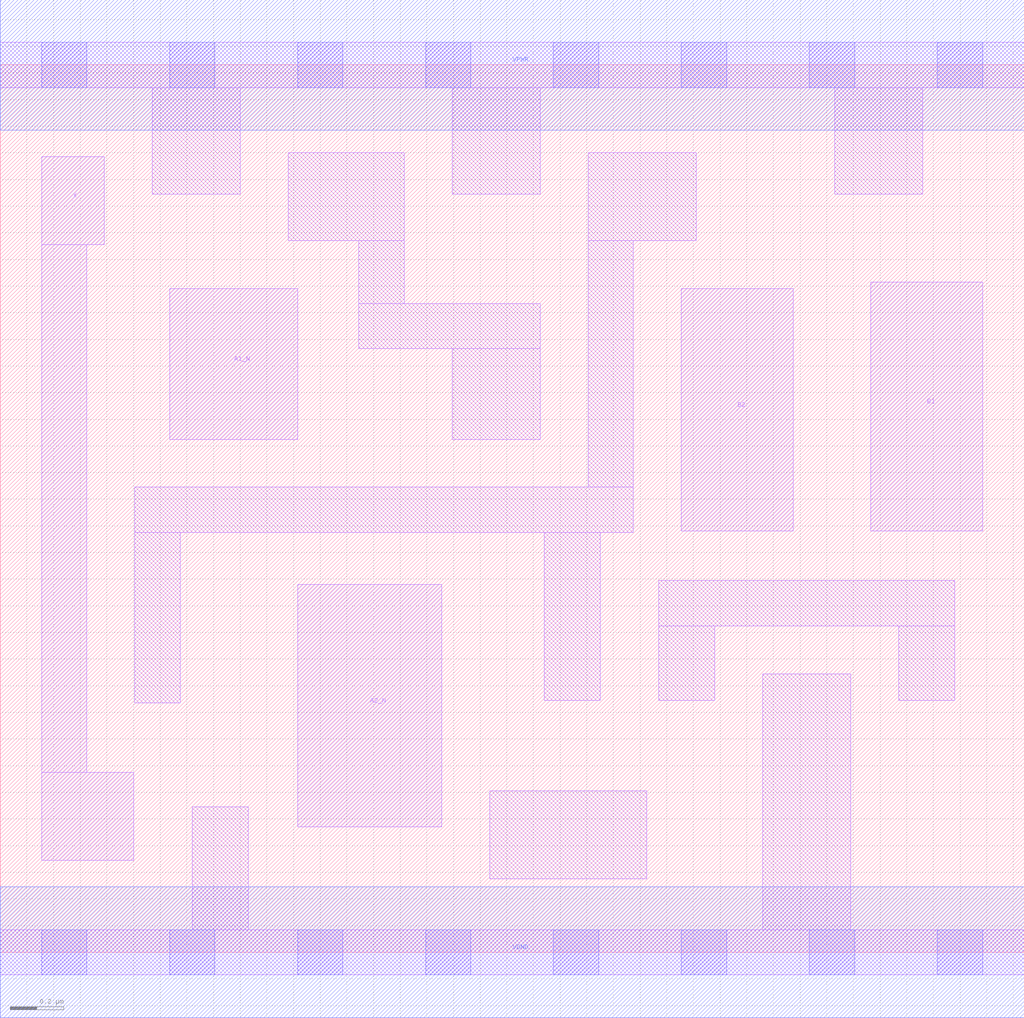
<source format=lef>
# Copyright 2020 The SkyWater PDK Authors
#
# Licensed under the Apache License, Version 2.0 (the "License");
# you may not use this file except in compliance with the License.
# You may obtain a copy of the License at
#
#     https://www.apache.org/licenses/LICENSE-2.0
#
# Unless required by applicable law or agreed to in writing, software
# distributed under the License is distributed on an "AS IS" BASIS,
# WITHOUT WARRANTIES OR CONDITIONS OF ANY KIND, either express or implied.
# See the License for the specific language governing permissions and
# limitations under the License.
#
# SPDX-License-Identifier: Apache-2.0

VERSION 5.7 ;
  NAMESCASESENSITIVE ON ;
  NOWIREEXTENSIONATPIN ON ;
  DIVIDERCHAR "/" ;
  BUSBITCHARS "[]" ;
UNITS
  DATABASE MICRONS 200 ;
END UNITS
MACRO sky130_fd_sc_lp__o2bb2a_m
  CLASS CORE ;
  SOURCE USER ;
  FOREIGN sky130_fd_sc_lp__o2bb2a_m ;
  ORIGIN  0.000000  0.000000 ;
  SIZE  3.840000 BY  3.330000 ;
  SYMMETRY X Y R90 ;
  SITE unit ;
  PIN A1_N
    ANTENNAGATEAREA  0.126000 ;
    DIRECTION INPUT ;
    USE SIGNAL ;
    PORT
      LAYER li1 ;
        RECT 0.635000 1.925000 1.115000 2.490000 ;
    END
  END A1_N
  PIN A2_N
    ANTENNAGATEAREA  0.126000 ;
    DIRECTION INPUT ;
    USE SIGNAL ;
    PORT
      LAYER li1 ;
        RECT 1.115000 0.470000 1.655000 1.380000 ;
    END
  END A2_N
  PIN B1
    ANTENNAGATEAREA  0.126000 ;
    DIRECTION INPUT ;
    USE SIGNAL ;
    PORT
      LAYER li1 ;
        RECT 3.265000 1.580000 3.685000 2.515000 ;
    END
  END B1
  PIN B2
    ANTENNAGATEAREA  0.126000 ;
    DIRECTION INPUT ;
    USE SIGNAL ;
    PORT
      LAYER li1 ;
        RECT 2.555000 1.580000 2.975000 2.490000 ;
    END
  END B2
  PIN X
    ANTENNADIFFAREA  0.222600 ;
    DIRECTION OUTPUT ;
    USE SIGNAL ;
    PORT
      LAYER li1 ;
        RECT 0.155000 0.345000 0.500000 0.675000 ;
        RECT 0.155000 0.675000 0.325000 2.655000 ;
        RECT 0.155000 2.655000 0.390000 2.985000 ;
    END
  END X
  PIN VGND
    DIRECTION INOUT ;
    USE GROUND ;
    PORT
      LAYER met1 ;
        RECT 0.000000 -0.245000 3.840000 0.245000 ;
    END
  END VGND
  PIN VPWR
    DIRECTION INOUT ;
    USE POWER ;
    PORT
      LAYER met1 ;
        RECT 0.000000 3.085000 3.840000 3.575000 ;
    END
  END VPWR
  OBS
    LAYER li1 ;
      RECT 0.000000 -0.085000 3.840000 0.085000 ;
      RECT 0.000000  3.245000 3.840000 3.415000 ;
      RECT 0.505000  0.935000 0.675000 1.575000 ;
      RECT 0.505000  1.575000 2.375000 1.745000 ;
      RECT 0.570000  2.845000 0.900000 3.245000 ;
      RECT 0.720000  0.085000 0.930000 0.545000 ;
      RECT 1.080000  2.670000 1.515000 3.000000 ;
      RECT 1.345000  2.265000 2.025000 2.435000 ;
      RECT 1.345000  2.435000 1.515000 2.670000 ;
      RECT 1.695000  1.925000 2.025000 2.265000 ;
      RECT 1.695000  2.845000 2.025000 3.245000 ;
      RECT 1.835000  0.275000 2.425000 0.605000 ;
      RECT 2.040000  0.945000 2.250000 1.575000 ;
      RECT 2.205000  1.745000 2.375000 2.670000 ;
      RECT 2.205000  2.670000 2.610000 3.000000 ;
      RECT 2.470000  0.945000 2.680000 1.225000 ;
      RECT 2.470000  1.225000 3.580000 1.395000 ;
      RECT 2.860000  0.085000 3.190000 1.045000 ;
      RECT 3.130000  2.845000 3.460000 3.245000 ;
      RECT 3.370000  0.945000 3.580000 1.225000 ;
    LAYER mcon ;
      RECT 0.155000 -0.085000 0.325000 0.085000 ;
      RECT 0.155000  3.245000 0.325000 3.415000 ;
      RECT 0.635000 -0.085000 0.805000 0.085000 ;
      RECT 0.635000  3.245000 0.805000 3.415000 ;
      RECT 1.115000 -0.085000 1.285000 0.085000 ;
      RECT 1.115000  3.245000 1.285000 3.415000 ;
      RECT 1.595000 -0.085000 1.765000 0.085000 ;
      RECT 1.595000  3.245000 1.765000 3.415000 ;
      RECT 2.075000 -0.085000 2.245000 0.085000 ;
      RECT 2.075000  3.245000 2.245000 3.415000 ;
      RECT 2.555000 -0.085000 2.725000 0.085000 ;
      RECT 2.555000  3.245000 2.725000 3.415000 ;
      RECT 3.035000 -0.085000 3.205000 0.085000 ;
      RECT 3.035000  3.245000 3.205000 3.415000 ;
      RECT 3.515000 -0.085000 3.685000 0.085000 ;
      RECT 3.515000  3.245000 3.685000 3.415000 ;
  END
END sky130_fd_sc_lp__o2bb2a_m
END LIBRARY

</source>
